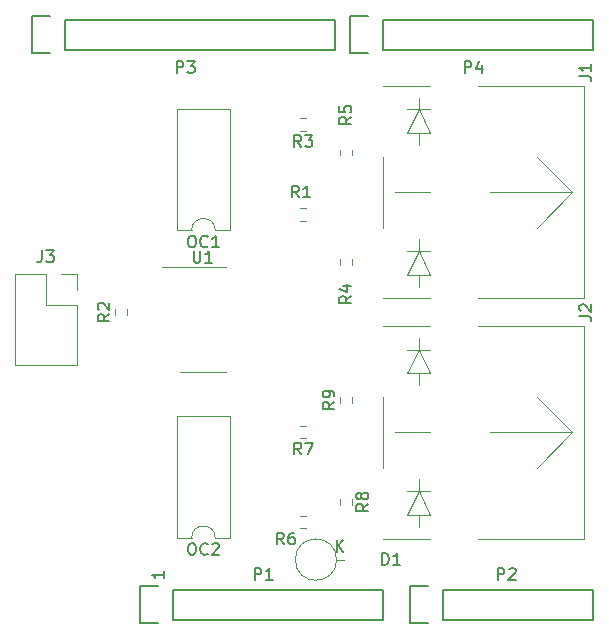
<source format=gto>
G04 #@! TF.GenerationSoftware,KiCad,Pcbnew,(5.1.9)-1*
G04 #@! TF.CreationDate,2021-06-10T00:36:34+02:00*
G04 #@! TF.ProjectId,shield,73686965-6c64-42e6-9b69-6361645f7063,rev?*
G04 #@! TF.SameCoordinates,Original*
G04 #@! TF.FileFunction,Legend,Top*
G04 #@! TF.FilePolarity,Positive*
%FSLAX46Y46*%
G04 Gerber Fmt 4.6, Leading zero omitted, Abs format (unit mm)*
G04 Created by KiCad (PCBNEW (5.1.9)-1) date 2021-06-10 00:36:34*
%MOMM*%
%LPD*%
G01*
G04 APERTURE LIST*
%ADD10C,0.150000*%
%ADD11C,0.120000*%
G04 APERTURE END LIST*
D10*
X139390380Y-120999285D02*
X139390380Y-121570714D01*
X139390380Y-121285000D02*
X138390380Y-121285000D01*
X138533238Y-121380238D01*
X138628476Y-121475476D01*
X138676095Y-121570714D01*
D11*
X173973000Y-109230000D02*
X170973000Y-112230000D01*
X173973000Y-109230000D02*
X170973000Y-106230000D01*
X166973000Y-109230000D02*
X173973000Y-109230000D01*
X158973000Y-109230000D02*
X161973000Y-109230000D01*
X160973000Y-113230000D02*
X160973000Y-114230000D01*
X159973000Y-114230000D02*
X161973000Y-114230000D01*
X159973000Y-116230000D02*
X160973000Y-116230000D01*
X160973000Y-114230000D02*
X159973000Y-116230000D01*
X161973000Y-116230000D02*
X160973000Y-114230000D01*
X160973000Y-116230000D02*
X161973000Y-116230000D01*
X160973000Y-117230000D02*
X160973000Y-116230000D01*
X160973000Y-102230000D02*
X160973000Y-101230000D01*
X159973000Y-102230000D02*
X161973000Y-102230000D01*
X160973000Y-104230000D02*
X160973000Y-105230000D01*
X160973000Y-102230000D02*
X159973000Y-104230000D01*
X161973000Y-104230000D02*
X160973000Y-102230000D01*
X159973000Y-104230000D02*
X161973000Y-104230000D01*
X157973000Y-112230000D02*
X157973000Y-106230000D01*
X161973000Y-100230000D02*
X157973000Y-100230000D01*
X174973000Y-100230000D02*
X165973000Y-100230000D01*
X174973000Y-118230000D02*
X174973000Y-100230000D01*
X165973000Y-118230000D02*
X174973000Y-118230000D01*
X157973000Y-118230000D02*
X161973000Y-118230000D01*
X154023635Y-120015000D02*
G75*
G03*
X154023635Y-120015000I-1750635J0D01*
G01*
X154023635Y-120015000D02*
X154683000Y-120015000D01*
X142683000Y-104130000D02*
X144633000Y-104130000D01*
X142683000Y-104130000D02*
X140733000Y-104130000D01*
X142683000Y-95260000D02*
X144633000Y-95260000D01*
X142683000Y-95260000D02*
X139233000Y-95260000D01*
X126813000Y-95825000D02*
X129413000Y-95825000D01*
X126813000Y-95825000D02*
X126813000Y-103565000D01*
X126813000Y-103565000D02*
X132013000Y-103565000D01*
X132013000Y-98425000D02*
X132013000Y-103565000D01*
X129413000Y-98425000D02*
X132013000Y-98425000D01*
X129413000Y-95825000D02*
X129413000Y-98425000D01*
X132013000Y-95825000D02*
X132013000Y-97155000D01*
X130683000Y-95825000D02*
X132013000Y-95825000D01*
X155335500Y-106727258D02*
X155335500Y-106252742D01*
X154290500Y-106727258D02*
X154290500Y-106252742D01*
X154290500Y-114887742D02*
X154290500Y-115362258D01*
X155335500Y-114887742D02*
X155335500Y-115362258D01*
X151430258Y-108697500D02*
X150955742Y-108697500D01*
X151430258Y-109742500D02*
X150955742Y-109742500D01*
X151430258Y-116317500D02*
X150955742Y-116317500D01*
X151430258Y-117362500D02*
X150955742Y-117362500D01*
X155335500Y-85772258D02*
X155335500Y-85297742D01*
X154290500Y-85772258D02*
X154290500Y-85297742D01*
X154290500Y-94567742D02*
X154290500Y-95042258D01*
X155335500Y-94567742D02*
X155335500Y-95042258D01*
X151430258Y-82662500D02*
X150955742Y-82662500D01*
X151430258Y-83707500D02*
X150955742Y-83707500D01*
X136285500Y-99297258D02*
X136285500Y-98822742D01*
X135240500Y-99297258D02*
X135240500Y-98822742D01*
X151430258Y-90282500D02*
X150955742Y-90282500D01*
X151430258Y-91327500D02*
X150955742Y-91327500D01*
X140498000Y-118170000D02*
X141748000Y-118170000D01*
X140498000Y-107890000D02*
X140498000Y-118170000D01*
X144998000Y-107890000D02*
X140498000Y-107890000D01*
X144998000Y-118170000D02*
X144998000Y-107890000D01*
X143748000Y-118170000D02*
X144998000Y-118170000D01*
X141748000Y-118170000D02*
G75*
G02*
X143748000Y-118170000I1000000J0D01*
G01*
X140498000Y-92135000D02*
X141748000Y-92135000D01*
X140498000Y-81855000D02*
X140498000Y-92135000D01*
X144998000Y-81855000D02*
X140498000Y-81855000D01*
X144998000Y-92135000D02*
X144998000Y-81855000D01*
X143748000Y-92135000D02*
X144998000Y-92135000D01*
X141748000Y-92135000D02*
G75*
G02*
X143748000Y-92135000I1000000J0D01*
G01*
X173973000Y-88900000D02*
X170973000Y-91900000D01*
X173973000Y-88900000D02*
X170973000Y-85900000D01*
X166973000Y-88900000D02*
X173973000Y-88900000D01*
X158973000Y-88900000D02*
X161973000Y-88900000D01*
X160973000Y-92900000D02*
X160973000Y-93900000D01*
X159973000Y-93900000D02*
X161973000Y-93900000D01*
X159973000Y-95900000D02*
X160973000Y-95900000D01*
X160973000Y-93900000D02*
X159973000Y-95900000D01*
X161973000Y-95900000D02*
X160973000Y-93900000D01*
X160973000Y-95900000D02*
X161973000Y-95900000D01*
X160973000Y-96900000D02*
X160973000Y-95900000D01*
X160973000Y-81900000D02*
X160973000Y-80900000D01*
X159973000Y-81900000D02*
X161973000Y-81900000D01*
X160973000Y-83900000D02*
X160973000Y-84900000D01*
X160973000Y-81900000D02*
X159973000Y-83900000D01*
X161973000Y-83900000D02*
X160973000Y-81900000D01*
X159973000Y-83900000D02*
X161973000Y-83900000D01*
X157973000Y-91900000D02*
X157973000Y-85900000D01*
X161973000Y-79900000D02*
X157973000Y-79900000D01*
X174973000Y-79900000D02*
X165973000Y-79900000D01*
X174973000Y-97900000D02*
X174973000Y-79900000D01*
X165973000Y-97900000D02*
X174973000Y-97900000D01*
X157973000Y-97900000D02*
X161973000Y-97900000D01*
D10*
X140208000Y-125095000D02*
X157988000Y-125095000D01*
X157988000Y-125095000D02*
X157988000Y-122555000D01*
X157988000Y-122555000D02*
X140208000Y-122555000D01*
X137388000Y-125375000D02*
X138938000Y-125375000D01*
X140208000Y-125095000D02*
X140208000Y-122555000D01*
X138938000Y-122275000D02*
X137388000Y-122275000D01*
X137388000Y-122275000D02*
X137388000Y-125375000D01*
X163068000Y-125095000D02*
X175768000Y-125095000D01*
X175768000Y-125095000D02*
X175768000Y-122555000D01*
X175768000Y-122555000D02*
X163068000Y-122555000D01*
X160248000Y-125375000D02*
X161798000Y-125375000D01*
X163068000Y-125095000D02*
X163068000Y-122555000D01*
X161798000Y-122275000D02*
X160248000Y-122275000D01*
X160248000Y-122275000D02*
X160248000Y-125375000D01*
X131064000Y-76835000D02*
X153924000Y-76835000D01*
X153924000Y-76835000D02*
X153924000Y-74295000D01*
X153924000Y-74295000D02*
X131064000Y-74295000D01*
X128244000Y-77115000D02*
X129794000Y-77115000D01*
X131064000Y-76835000D02*
X131064000Y-74295000D01*
X129794000Y-74015000D02*
X128244000Y-74015000D01*
X128244000Y-74015000D02*
X128244000Y-77115000D01*
X157988000Y-76835000D02*
X175768000Y-76835000D01*
X175768000Y-76835000D02*
X175768000Y-74295000D01*
X175768000Y-74295000D02*
X157988000Y-74295000D01*
X155168000Y-77115000D02*
X156718000Y-77115000D01*
X157988000Y-76835000D02*
X157988000Y-74295000D01*
X156718000Y-74015000D02*
X155168000Y-74015000D01*
X155168000Y-74015000D02*
X155168000Y-77115000D01*
X174585380Y-99393333D02*
X175299666Y-99393333D01*
X175442523Y-99440952D01*
X175537761Y-99536190D01*
X175585380Y-99679047D01*
X175585380Y-99774285D01*
X174680619Y-98964761D02*
X174633000Y-98917142D01*
X174585380Y-98821904D01*
X174585380Y-98583809D01*
X174633000Y-98488571D01*
X174680619Y-98440952D01*
X174775857Y-98393333D01*
X174871095Y-98393333D01*
X175013952Y-98440952D01*
X175585380Y-99012380D01*
X175585380Y-98393333D01*
X157884904Y-120467380D02*
X157884904Y-119467380D01*
X158123000Y-119467380D01*
X158265857Y-119515000D01*
X158361095Y-119610238D01*
X158408714Y-119705476D01*
X158456333Y-119895952D01*
X158456333Y-120038809D01*
X158408714Y-120229285D01*
X158361095Y-120324523D01*
X158265857Y-120419761D01*
X158123000Y-120467380D01*
X157884904Y-120467380D01*
X159408714Y-120467380D02*
X158837285Y-120467380D01*
X159123000Y-120467380D02*
X159123000Y-119467380D01*
X159027761Y-119610238D01*
X158932523Y-119705476D01*
X158837285Y-119753095D01*
X154021095Y-119367380D02*
X154021095Y-118367380D01*
X154592523Y-119367380D02*
X154163952Y-118795952D01*
X154592523Y-118367380D02*
X154021095Y-118938809D01*
X141921095Y-93867380D02*
X141921095Y-94676904D01*
X141968714Y-94772142D01*
X142016333Y-94819761D01*
X142111571Y-94867380D01*
X142302047Y-94867380D01*
X142397285Y-94819761D01*
X142444904Y-94772142D01*
X142492523Y-94676904D01*
X142492523Y-93867380D01*
X143492523Y-94867380D02*
X142921095Y-94867380D01*
X143206809Y-94867380D02*
X143206809Y-93867380D01*
X143111571Y-94010238D01*
X143016333Y-94105476D01*
X142921095Y-94153095D01*
X129079666Y-93837380D02*
X129079666Y-94551666D01*
X129032047Y-94694523D01*
X128936809Y-94789761D01*
X128793952Y-94837380D01*
X128698714Y-94837380D01*
X129460619Y-93837380D02*
X130079666Y-93837380D01*
X129746333Y-94218333D01*
X129889190Y-94218333D01*
X129984428Y-94265952D01*
X130032047Y-94313571D01*
X130079666Y-94408809D01*
X130079666Y-94646904D01*
X130032047Y-94742142D01*
X129984428Y-94789761D01*
X129889190Y-94837380D01*
X129603476Y-94837380D01*
X129508238Y-94789761D01*
X129460619Y-94742142D01*
X153835380Y-106656666D02*
X153359190Y-106990000D01*
X153835380Y-107228095D02*
X152835380Y-107228095D01*
X152835380Y-106847142D01*
X152883000Y-106751904D01*
X152930619Y-106704285D01*
X153025857Y-106656666D01*
X153168714Y-106656666D01*
X153263952Y-106704285D01*
X153311571Y-106751904D01*
X153359190Y-106847142D01*
X153359190Y-107228095D01*
X153835380Y-106180476D02*
X153835380Y-105990000D01*
X153787761Y-105894761D01*
X153740142Y-105847142D01*
X153597285Y-105751904D01*
X153406809Y-105704285D01*
X153025857Y-105704285D01*
X152930619Y-105751904D01*
X152883000Y-105799523D01*
X152835380Y-105894761D01*
X152835380Y-106085238D01*
X152883000Y-106180476D01*
X152930619Y-106228095D01*
X153025857Y-106275714D01*
X153263952Y-106275714D01*
X153359190Y-106228095D01*
X153406809Y-106180476D01*
X153454428Y-106085238D01*
X153454428Y-105894761D01*
X153406809Y-105799523D01*
X153359190Y-105751904D01*
X153263952Y-105704285D01*
X156695380Y-115291666D02*
X156219190Y-115625000D01*
X156695380Y-115863095D02*
X155695380Y-115863095D01*
X155695380Y-115482142D01*
X155743000Y-115386904D01*
X155790619Y-115339285D01*
X155885857Y-115291666D01*
X156028714Y-115291666D01*
X156123952Y-115339285D01*
X156171571Y-115386904D01*
X156219190Y-115482142D01*
X156219190Y-115863095D01*
X156123952Y-114720238D02*
X156076333Y-114815476D01*
X156028714Y-114863095D01*
X155933476Y-114910714D01*
X155885857Y-114910714D01*
X155790619Y-114863095D01*
X155743000Y-114815476D01*
X155695380Y-114720238D01*
X155695380Y-114529761D01*
X155743000Y-114434523D01*
X155790619Y-114386904D01*
X155885857Y-114339285D01*
X155933476Y-114339285D01*
X156028714Y-114386904D01*
X156076333Y-114434523D01*
X156123952Y-114529761D01*
X156123952Y-114720238D01*
X156171571Y-114815476D01*
X156219190Y-114863095D01*
X156314428Y-114910714D01*
X156504904Y-114910714D01*
X156600142Y-114863095D01*
X156647761Y-114815476D01*
X156695380Y-114720238D01*
X156695380Y-114529761D01*
X156647761Y-114434523D01*
X156600142Y-114386904D01*
X156504904Y-114339285D01*
X156314428Y-114339285D01*
X156219190Y-114386904D01*
X156171571Y-114434523D01*
X156123952Y-114529761D01*
X151026333Y-111102380D02*
X150693000Y-110626190D01*
X150454904Y-111102380D02*
X150454904Y-110102380D01*
X150835857Y-110102380D01*
X150931095Y-110150000D01*
X150978714Y-110197619D01*
X151026333Y-110292857D01*
X151026333Y-110435714D01*
X150978714Y-110530952D01*
X150931095Y-110578571D01*
X150835857Y-110626190D01*
X150454904Y-110626190D01*
X151359666Y-110102380D02*
X152026333Y-110102380D01*
X151597761Y-111102380D01*
X149566333Y-118722380D02*
X149233000Y-118246190D01*
X148994904Y-118722380D02*
X148994904Y-117722380D01*
X149375857Y-117722380D01*
X149471095Y-117770000D01*
X149518714Y-117817619D01*
X149566333Y-117912857D01*
X149566333Y-118055714D01*
X149518714Y-118150952D01*
X149471095Y-118198571D01*
X149375857Y-118246190D01*
X148994904Y-118246190D01*
X150423476Y-117722380D02*
X150233000Y-117722380D01*
X150137761Y-117770000D01*
X150090142Y-117817619D01*
X149994904Y-117960476D01*
X149947285Y-118150952D01*
X149947285Y-118531904D01*
X149994904Y-118627142D01*
X150042523Y-118674761D01*
X150137761Y-118722380D01*
X150328238Y-118722380D01*
X150423476Y-118674761D01*
X150471095Y-118627142D01*
X150518714Y-118531904D01*
X150518714Y-118293809D01*
X150471095Y-118198571D01*
X150423476Y-118150952D01*
X150328238Y-118103333D01*
X150137761Y-118103333D01*
X150042523Y-118150952D01*
X149994904Y-118198571D01*
X149947285Y-118293809D01*
X155265380Y-82526666D02*
X154789190Y-82860000D01*
X155265380Y-83098095D02*
X154265380Y-83098095D01*
X154265380Y-82717142D01*
X154313000Y-82621904D01*
X154360619Y-82574285D01*
X154455857Y-82526666D01*
X154598714Y-82526666D01*
X154693952Y-82574285D01*
X154741571Y-82621904D01*
X154789190Y-82717142D01*
X154789190Y-83098095D01*
X154265380Y-81621904D02*
X154265380Y-82098095D01*
X154741571Y-82145714D01*
X154693952Y-82098095D01*
X154646333Y-82002857D01*
X154646333Y-81764761D01*
X154693952Y-81669523D01*
X154741571Y-81621904D01*
X154836809Y-81574285D01*
X155074904Y-81574285D01*
X155170142Y-81621904D01*
X155217761Y-81669523D01*
X155265380Y-81764761D01*
X155265380Y-82002857D01*
X155217761Y-82098095D01*
X155170142Y-82145714D01*
X155265380Y-97701666D02*
X154789190Y-98035000D01*
X155265380Y-98273095D02*
X154265380Y-98273095D01*
X154265380Y-97892142D01*
X154313000Y-97796904D01*
X154360619Y-97749285D01*
X154455857Y-97701666D01*
X154598714Y-97701666D01*
X154693952Y-97749285D01*
X154741571Y-97796904D01*
X154789190Y-97892142D01*
X154789190Y-98273095D01*
X154598714Y-96844523D02*
X155265380Y-96844523D01*
X154217761Y-97082619D02*
X154932047Y-97320714D01*
X154932047Y-96701666D01*
X151026333Y-85067380D02*
X150693000Y-84591190D01*
X150454904Y-85067380D02*
X150454904Y-84067380D01*
X150835857Y-84067380D01*
X150931095Y-84115000D01*
X150978714Y-84162619D01*
X151026333Y-84257857D01*
X151026333Y-84400714D01*
X150978714Y-84495952D01*
X150931095Y-84543571D01*
X150835857Y-84591190D01*
X150454904Y-84591190D01*
X151359666Y-84067380D02*
X151978714Y-84067380D01*
X151645380Y-84448333D01*
X151788238Y-84448333D01*
X151883476Y-84495952D01*
X151931095Y-84543571D01*
X151978714Y-84638809D01*
X151978714Y-84876904D01*
X151931095Y-84972142D01*
X151883476Y-85019761D01*
X151788238Y-85067380D01*
X151502523Y-85067380D01*
X151407285Y-85019761D01*
X151359666Y-84972142D01*
X134785380Y-99226666D02*
X134309190Y-99560000D01*
X134785380Y-99798095D02*
X133785380Y-99798095D01*
X133785380Y-99417142D01*
X133833000Y-99321904D01*
X133880619Y-99274285D01*
X133975857Y-99226666D01*
X134118714Y-99226666D01*
X134213952Y-99274285D01*
X134261571Y-99321904D01*
X134309190Y-99417142D01*
X134309190Y-99798095D01*
X133880619Y-98845714D02*
X133833000Y-98798095D01*
X133785380Y-98702857D01*
X133785380Y-98464761D01*
X133833000Y-98369523D01*
X133880619Y-98321904D01*
X133975857Y-98274285D01*
X134071095Y-98274285D01*
X134213952Y-98321904D01*
X134785380Y-98893333D01*
X134785380Y-98274285D01*
X150836333Y-89352380D02*
X150503000Y-88876190D01*
X150264904Y-89352380D02*
X150264904Y-88352380D01*
X150645857Y-88352380D01*
X150741095Y-88400000D01*
X150788714Y-88447619D01*
X150836333Y-88542857D01*
X150836333Y-88685714D01*
X150788714Y-88780952D01*
X150741095Y-88828571D01*
X150645857Y-88876190D01*
X150264904Y-88876190D01*
X151788714Y-89352380D02*
X151217285Y-89352380D01*
X151503000Y-89352380D02*
X151503000Y-88352380D01*
X151407761Y-88495238D01*
X151312523Y-88590476D01*
X151217285Y-88638095D01*
X141676571Y-118622380D02*
X141867047Y-118622380D01*
X141962285Y-118670000D01*
X142057523Y-118765238D01*
X142105142Y-118955714D01*
X142105142Y-119289047D01*
X142057523Y-119479523D01*
X141962285Y-119574761D01*
X141867047Y-119622380D01*
X141676571Y-119622380D01*
X141581333Y-119574761D01*
X141486095Y-119479523D01*
X141438476Y-119289047D01*
X141438476Y-118955714D01*
X141486095Y-118765238D01*
X141581333Y-118670000D01*
X141676571Y-118622380D01*
X143105142Y-119527142D02*
X143057523Y-119574761D01*
X142914666Y-119622380D01*
X142819428Y-119622380D01*
X142676571Y-119574761D01*
X142581333Y-119479523D01*
X142533714Y-119384285D01*
X142486095Y-119193809D01*
X142486095Y-119050952D01*
X142533714Y-118860476D01*
X142581333Y-118765238D01*
X142676571Y-118670000D01*
X142819428Y-118622380D01*
X142914666Y-118622380D01*
X143057523Y-118670000D01*
X143105142Y-118717619D01*
X143486095Y-118717619D02*
X143533714Y-118670000D01*
X143628952Y-118622380D01*
X143867047Y-118622380D01*
X143962285Y-118670000D01*
X144009904Y-118717619D01*
X144057523Y-118812857D01*
X144057523Y-118908095D01*
X144009904Y-119050952D01*
X143438476Y-119622380D01*
X144057523Y-119622380D01*
X141676571Y-92587380D02*
X141867047Y-92587380D01*
X141962285Y-92635000D01*
X142057523Y-92730238D01*
X142105142Y-92920714D01*
X142105142Y-93254047D01*
X142057523Y-93444523D01*
X141962285Y-93539761D01*
X141867047Y-93587380D01*
X141676571Y-93587380D01*
X141581333Y-93539761D01*
X141486095Y-93444523D01*
X141438476Y-93254047D01*
X141438476Y-92920714D01*
X141486095Y-92730238D01*
X141581333Y-92635000D01*
X141676571Y-92587380D01*
X143105142Y-93492142D02*
X143057523Y-93539761D01*
X142914666Y-93587380D01*
X142819428Y-93587380D01*
X142676571Y-93539761D01*
X142581333Y-93444523D01*
X142533714Y-93349285D01*
X142486095Y-93158809D01*
X142486095Y-93015952D01*
X142533714Y-92825476D01*
X142581333Y-92730238D01*
X142676571Y-92635000D01*
X142819428Y-92587380D01*
X142914666Y-92587380D01*
X143057523Y-92635000D01*
X143105142Y-92682619D01*
X144057523Y-93587380D02*
X143486095Y-93587380D01*
X143771809Y-93587380D02*
X143771809Y-92587380D01*
X143676571Y-92730238D01*
X143581333Y-92825476D01*
X143486095Y-92873095D01*
X174585380Y-79073333D02*
X175299666Y-79073333D01*
X175442523Y-79120952D01*
X175537761Y-79216190D01*
X175585380Y-79359047D01*
X175585380Y-79454285D01*
X175585380Y-78073333D02*
X175585380Y-78644761D01*
X175585380Y-78359047D02*
X174585380Y-78359047D01*
X174728238Y-78454285D01*
X174823476Y-78549523D01*
X174871095Y-78644761D01*
X147089904Y-121737380D02*
X147089904Y-120737380D01*
X147470857Y-120737380D01*
X147566095Y-120785000D01*
X147613714Y-120832619D01*
X147661333Y-120927857D01*
X147661333Y-121070714D01*
X147613714Y-121165952D01*
X147566095Y-121213571D01*
X147470857Y-121261190D01*
X147089904Y-121261190D01*
X148613714Y-121737380D02*
X148042285Y-121737380D01*
X148328000Y-121737380D02*
X148328000Y-120737380D01*
X148232761Y-120880238D01*
X148137523Y-120975476D01*
X148042285Y-121023095D01*
X167663904Y-121737380D02*
X167663904Y-120737380D01*
X168044857Y-120737380D01*
X168140095Y-120785000D01*
X168187714Y-120832619D01*
X168235333Y-120927857D01*
X168235333Y-121070714D01*
X168187714Y-121165952D01*
X168140095Y-121213571D01*
X168044857Y-121261190D01*
X167663904Y-121261190D01*
X168616285Y-120832619D02*
X168663904Y-120785000D01*
X168759142Y-120737380D01*
X168997238Y-120737380D01*
X169092476Y-120785000D01*
X169140095Y-120832619D01*
X169187714Y-120927857D01*
X169187714Y-121023095D01*
X169140095Y-121165952D01*
X168568666Y-121737380D01*
X169187714Y-121737380D01*
X140485904Y-78811380D02*
X140485904Y-77811380D01*
X140866857Y-77811380D01*
X140962095Y-77859000D01*
X141009714Y-77906619D01*
X141057333Y-78001857D01*
X141057333Y-78144714D01*
X141009714Y-78239952D01*
X140962095Y-78287571D01*
X140866857Y-78335190D01*
X140485904Y-78335190D01*
X141390666Y-77811380D02*
X142009714Y-77811380D01*
X141676380Y-78192333D01*
X141819238Y-78192333D01*
X141914476Y-78239952D01*
X141962095Y-78287571D01*
X142009714Y-78382809D01*
X142009714Y-78620904D01*
X141962095Y-78716142D01*
X141914476Y-78763761D01*
X141819238Y-78811380D01*
X141533523Y-78811380D01*
X141438285Y-78763761D01*
X141390666Y-78716142D01*
X164869904Y-78811380D02*
X164869904Y-77811380D01*
X165250857Y-77811380D01*
X165346095Y-77859000D01*
X165393714Y-77906619D01*
X165441333Y-78001857D01*
X165441333Y-78144714D01*
X165393714Y-78239952D01*
X165346095Y-78287571D01*
X165250857Y-78335190D01*
X164869904Y-78335190D01*
X166298476Y-78144714D02*
X166298476Y-78811380D01*
X166060380Y-77763761D02*
X165822285Y-78478047D01*
X166441333Y-78478047D01*
M02*

</source>
